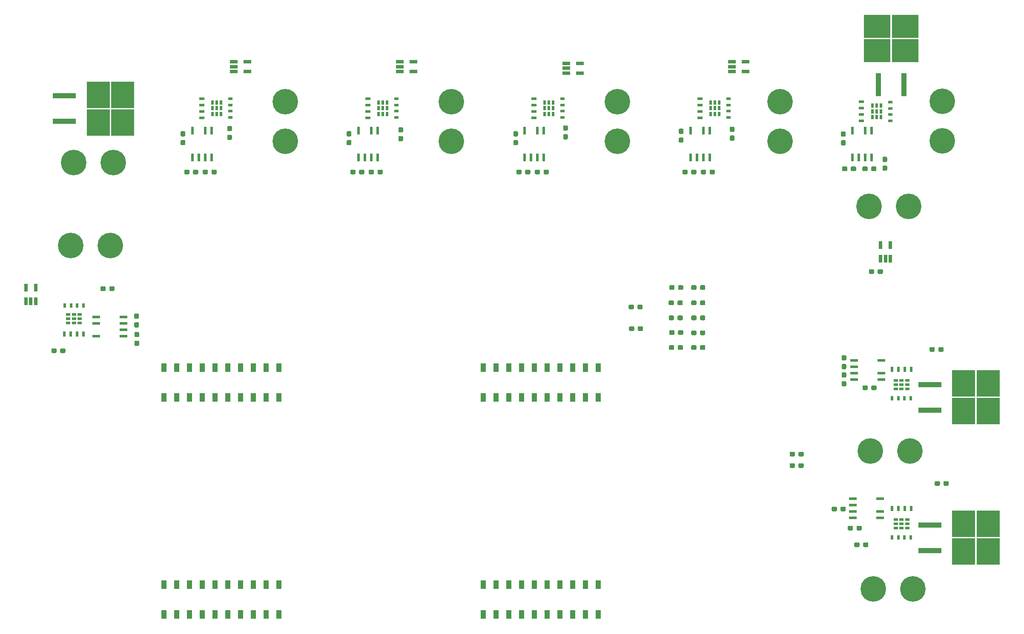
<source format=gbr>
%TF.GenerationSoftware,KiCad,Pcbnew,(5.1.6)-1*%
%TF.CreationDate,2020-11-27T16:41:01-06:00*%
%TF.ProjectId,PackVoltage_2021_Rev1,5061636b-566f-46c7-9461-67655f323032,rev?*%
%TF.SameCoordinates,Original*%
%TF.FileFunction,Paste,Top*%
%TF.FilePolarity,Positive*%
%FSLAX46Y46*%
G04 Gerber Fmt 4.6, Leading zero omitted, Abs format (unit mm)*
G04 Created by KiCad (PCBNEW (5.1.6)-1) date 2020-11-27 16:41:01*
%MOMM*%
%LPD*%
G01*
G04 APERTURE LIST*
%ADD10R,0.990600X1.778000*%
%ADD11R,0.650000X1.560000*%
%ADD12R,1.550000X0.600000*%
%ADD13R,4.600000X1.100000*%
%ADD14R,4.550000X5.250000*%
%ADD15R,5.250000X4.550000*%
%ADD16R,1.100000X4.600000*%
%ADD17R,0.900000X0.600000*%
%ADD18R,0.600000X0.900000*%
%ADD19R,0.600000X1.050000*%
%ADD20R,1.050000X0.600000*%
%ADD21C,5.080000*%
%ADD22R,1.560000X0.650000*%
%ADD23R,0.600000X1.550000*%
G04 APERTURE END LIST*
D10*
%TO.C,U24*%
X137795000Y-146456400D03*
X140335000Y-146456400D03*
X142875000Y-146456400D03*
X145415000Y-146456400D03*
X147955000Y-146456400D03*
X150495000Y-146456400D03*
X153035000Y-146456400D03*
X155575000Y-146456400D03*
X158115000Y-146456400D03*
X160655000Y-146456400D03*
X137795000Y-140563600D03*
X140335000Y-140563600D03*
X142875000Y-140563600D03*
X145415000Y-140563600D03*
X147955000Y-140563600D03*
X150495000Y-140563600D03*
X153035000Y-140563600D03*
X155575000Y-140563600D03*
X158115000Y-140563600D03*
X160655000Y-140563600D03*
X137795000Y-97383600D03*
X140335000Y-97383600D03*
X142875000Y-97383600D03*
X145415000Y-97383600D03*
X147955000Y-97383600D03*
X150495000Y-97383600D03*
X153035000Y-97383600D03*
X155575000Y-97383600D03*
X158115000Y-97383600D03*
X160655000Y-97383600D03*
X137795000Y-103276400D03*
X140335000Y-103276400D03*
X142875000Y-103276400D03*
X145415000Y-103276400D03*
X147955000Y-103276400D03*
X150495000Y-103276400D03*
X153035000Y-103276400D03*
X155575000Y-103276400D03*
X158115000Y-103276400D03*
X160655000Y-103276400D03*
X92075000Y-146456400D03*
X94615000Y-146456400D03*
X97155000Y-146456400D03*
X74295000Y-140563600D03*
X76835000Y-140563600D03*
X79375000Y-140563600D03*
X81915000Y-140563600D03*
X84455000Y-140563600D03*
X86995000Y-140563600D03*
X89535000Y-140563600D03*
X92075000Y-140563600D03*
X94615000Y-140563600D03*
X97155000Y-140563600D03*
X74295000Y-97383600D03*
X79375000Y-97383600D03*
X84455000Y-97383600D03*
X86995000Y-97383600D03*
X89535000Y-97383600D03*
X92075000Y-97383600D03*
X94615000Y-97383600D03*
X74295000Y-103276400D03*
X79375000Y-103276400D03*
X89535000Y-103276400D03*
X92075000Y-103276400D03*
X94615000Y-103276400D03*
X97155000Y-103276400D03*
X84455000Y-103276400D03*
X81915000Y-103276400D03*
X76835000Y-97383600D03*
X89535000Y-146456400D03*
X86995000Y-146456400D03*
X76835000Y-103276400D03*
X81915000Y-97383600D03*
X79375000Y-146456400D03*
X81915000Y-146456400D03*
X86995000Y-103276400D03*
X84455000Y-146456400D03*
X76835000Y-146456400D03*
X74295000Y-146456400D03*
X97155000Y-97383600D03*
%TD*%
D11*
%TO.C,U17*%
X46903600Y-81454000D03*
X48803600Y-81454000D03*
X48803600Y-84154000D03*
X47853600Y-84154000D03*
X46903600Y-84154000D03*
%TD*%
D12*
%TO.C,U14*%
X60850800Y-91059000D03*
X60850800Y-88519000D03*
X60850800Y-87249000D03*
X66250800Y-87249000D03*
X66250800Y-88519000D03*
X66250800Y-89789000D03*
X66250800Y-91059000D03*
%TD*%
D13*
%TO.C,R31*%
X226635000Y-100711000D03*
X226635000Y-105791000D03*
D14*
X238210000Y-106026000D03*
X233360000Y-100476000D03*
X238210000Y-100476000D03*
X233360000Y-106026000D03*
%TD*%
%TO.C,R24*%
X61249600Y-48596600D03*
X66099600Y-43046600D03*
X61249600Y-43046600D03*
X66099600Y-48596600D03*
D13*
X54524600Y-48361600D03*
X54524600Y-43281600D03*
%TD*%
%TO.C,R23*%
X226635000Y-128651000D03*
X226635000Y-133731000D03*
D14*
X238210000Y-133966000D03*
X233360000Y-128416000D03*
X238210000Y-128416000D03*
X233360000Y-133966000D03*
%TD*%
%TO.C,R15*%
G36*
G01*
X217440500Y-57133000D02*
X217915500Y-57133000D01*
G75*
G02*
X218153000Y-57370500I0J-237500D01*
G01*
X218153000Y-57945500D01*
G75*
G02*
X217915500Y-58183000I-237500J0D01*
G01*
X217440500Y-58183000D01*
G75*
G02*
X217203000Y-57945500I0J237500D01*
G01*
X217203000Y-57370500D01*
G75*
G02*
X217440500Y-57133000I237500J0D01*
G01*
G37*
G36*
G01*
X217440500Y-55383000D02*
X217915500Y-55383000D01*
G75*
G02*
X218153000Y-55620500I0J-237500D01*
G01*
X218153000Y-56195500D01*
G75*
G02*
X217915500Y-56433000I-237500J0D01*
G01*
X217440500Y-56433000D01*
G75*
G02*
X217203000Y-56195500I0J237500D01*
G01*
X217203000Y-55620500D01*
G75*
G02*
X217440500Y-55383000I237500J0D01*
G01*
G37*
%TD*%
D15*
%TO.C,R13*%
X221723000Y-34290000D03*
X216173000Y-29440000D03*
X216173000Y-34290000D03*
X221723000Y-29440000D03*
D16*
X221488000Y-41015000D03*
X216408000Y-41015000D03*
%TD*%
%TO.C,R11*%
G36*
G01*
X214966000Y-58022500D02*
X214966000Y-57547500D01*
G75*
G02*
X215203500Y-57310000I237500J0D01*
G01*
X215778500Y-57310000D01*
G75*
G02*
X216016000Y-57547500I0J-237500D01*
G01*
X216016000Y-58022500D01*
G75*
G02*
X215778500Y-58260000I-237500J0D01*
G01*
X215203500Y-58260000D01*
G75*
G02*
X214966000Y-58022500I0J237500D01*
G01*
G37*
G36*
G01*
X213216000Y-58022500D02*
X213216000Y-57547500D01*
G75*
G02*
X213453500Y-57310000I237500J0D01*
G01*
X214028500Y-57310000D01*
G75*
G02*
X214266000Y-57547500I0J-237500D01*
G01*
X214266000Y-58022500D01*
G75*
G02*
X214028500Y-58260000I-237500J0D01*
G01*
X213453500Y-58260000D01*
G75*
G02*
X213216000Y-58022500I0J237500D01*
G01*
G37*
%TD*%
D17*
%TO.C,Q10*%
X222130000Y-100715000D03*
X222130000Y-99865000D03*
X222130000Y-101565000D03*
X219830000Y-100715000D03*
X219830000Y-99865000D03*
X219830000Y-101565000D03*
X220980000Y-101565000D03*
X220980000Y-99865000D03*
D18*
X222860000Y-103415000D03*
X219100000Y-103415000D03*
X221580000Y-103415000D03*
D19*
X221620000Y-97695000D03*
X222890000Y-97695000D03*
X220340000Y-97695000D03*
X219070000Y-97695000D03*
D18*
X220380000Y-103415000D03*
D17*
X220980000Y-100715000D03*
%TD*%
%TO.C,Q7*%
X222130000Y-128401000D03*
X222130000Y-127551000D03*
X222130000Y-129251000D03*
X219830000Y-128401000D03*
X219830000Y-127551000D03*
X219830000Y-129251000D03*
X220980000Y-129251000D03*
X220980000Y-127551000D03*
D18*
X222860000Y-131101000D03*
X219100000Y-131101000D03*
X221580000Y-131101000D03*
D19*
X221620000Y-125381000D03*
X222890000Y-125381000D03*
X220340000Y-125381000D03*
X219070000Y-125381000D03*
D18*
X220380000Y-131101000D03*
D17*
X220980000Y-128401000D03*
%TD*%
%TO.C,Q6*%
X56438800Y-87648200D03*
D18*
X57038800Y-84948200D03*
D19*
X58348800Y-90668200D03*
X57078800Y-90668200D03*
X54528800Y-90668200D03*
X55798800Y-90668200D03*
D18*
X55838800Y-84948200D03*
X58318800Y-84948200D03*
X54558800Y-84948200D03*
D17*
X56438800Y-88498200D03*
X56438800Y-86798200D03*
X57588800Y-86798200D03*
X57588800Y-88498200D03*
X57588800Y-87648200D03*
X55288800Y-86798200D03*
X55288800Y-88498200D03*
X55288800Y-87648200D03*
%TD*%
D18*
%TO.C,Q5*%
X216031000Y-46355000D03*
D17*
X218731000Y-46955000D03*
D20*
X213011000Y-48265000D03*
X213011000Y-46995000D03*
X213011000Y-44445000D03*
X213011000Y-45715000D03*
D17*
X218731000Y-45755000D03*
X218731000Y-48235000D03*
X218731000Y-44475000D03*
D18*
X215181000Y-46355000D03*
X216881000Y-46355000D03*
X216881000Y-47505000D03*
X215181000Y-47505000D03*
X216031000Y-47505000D03*
X216881000Y-45205000D03*
X215181000Y-45205000D03*
X216031000Y-45205000D03*
%TD*%
%TO.C,D7*%
G36*
G01*
X175848500Y-90123000D02*
X175848500Y-90598000D01*
G75*
G02*
X175611000Y-90835500I-237500J0D01*
G01*
X175036000Y-90835500D01*
G75*
G02*
X174798500Y-90598000I0J237500D01*
G01*
X174798500Y-90123000D01*
G75*
G02*
X175036000Y-89885500I237500J0D01*
G01*
X175611000Y-89885500D01*
G75*
G02*
X175848500Y-90123000I0J-237500D01*
G01*
G37*
G36*
G01*
X177598500Y-90123000D02*
X177598500Y-90598000D01*
G75*
G02*
X177361000Y-90835500I-237500J0D01*
G01*
X176786000Y-90835500D01*
G75*
G02*
X176548500Y-90598000I0J237500D01*
G01*
X176548500Y-90123000D01*
G75*
G02*
X176786000Y-89885500I237500J0D01*
G01*
X177361000Y-89885500D01*
G75*
G02*
X177598500Y-90123000I0J-237500D01*
G01*
G37*
%TD*%
%TO.C,C14*%
G36*
G01*
X209185500Y-52088500D02*
X209660500Y-52088500D01*
G75*
G02*
X209898000Y-52326000I0J-237500D01*
G01*
X209898000Y-52901000D01*
G75*
G02*
X209660500Y-53138500I-237500J0D01*
G01*
X209185500Y-53138500D01*
G75*
G02*
X208948000Y-52901000I0J237500D01*
G01*
X208948000Y-52326000D01*
G75*
G02*
X209185500Y-52088500I237500J0D01*
G01*
G37*
G36*
G01*
X209185500Y-50338500D02*
X209660500Y-50338500D01*
G75*
G02*
X209898000Y-50576000I0J-237500D01*
G01*
X209898000Y-51151000D01*
G75*
G02*
X209660500Y-51388500I-237500J0D01*
G01*
X209185500Y-51388500D01*
G75*
G02*
X208948000Y-51151000I0J237500D01*
G01*
X208948000Y-50576000D01*
G75*
G02*
X209185500Y-50338500I237500J0D01*
G01*
G37*
%TD*%
%TO.C,C12*%
G36*
G01*
X210216000Y-57547500D02*
X210216000Y-58022500D01*
G75*
G02*
X209978500Y-58260000I-237500J0D01*
G01*
X209403500Y-58260000D01*
G75*
G02*
X209166000Y-58022500I0J237500D01*
G01*
X209166000Y-57547500D01*
G75*
G02*
X209403500Y-57310000I237500J0D01*
G01*
X209978500Y-57310000D01*
G75*
G02*
X210216000Y-57547500I0J-237500D01*
G01*
G37*
G36*
G01*
X211966000Y-57547500D02*
X211966000Y-58022500D01*
G75*
G02*
X211728500Y-58260000I-237500J0D01*
G01*
X211153500Y-58260000D01*
G75*
G02*
X210916000Y-58022500I0J237500D01*
G01*
X210916000Y-57547500D01*
G75*
G02*
X211153500Y-57310000I237500J0D01*
G01*
X211728500Y-57310000D01*
G75*
G02*
X211966000Y-57547500I0J-237500D01*
G01*
G37*
%TD*%
%TO.C,Q4*%
X183900000Y-45720000D03*
D17*
X186600000Y-46320000D03*
D20*
X180880000Y-47630000D03*
X180880000Y-46360000D03*
X180880000Y-43810000D03*
X180880000Y-45080000D03*
D17*
X186600000Y-45120000D03*
X186600000Y-47600000D03*
X186600000Y-43840000D03*
D18*
X183050000Y-45720000D03*
X184750000Y-45720000D03*
X184750000Y-46870000D03*
X183050000Y-46870000D03*
X183900000Y-46870000D03*
X184750000Y-44570000D03*
X183050000Y-44570000D03*
X183900000Y-44570000D03*
%TD*%
%TO.C,Q3*%
X84840000Y-45720000D03*
D17*
X87540000Y-46320000D03*
D20*
X81820000Y-47630000D03*
X81820000Y-46360000D03*
X81820000Y-43810000D03*
X81820000Y-45080000D03*
D17*
X87540000Y-45120000D03*
X87540000Y-47600000D03*
X87540000Y-43840000D03*
D18*
X83990000Y-45720000D03*
X85690000Y-45720000D03*
X85690000Y-46870000D03*
X83990000Y-46870000D03*
X84840000Y-46870000D03*
X85690000Y-44570000D03*
X83990000Y-44570000D03*
X84840000Y-44570000D03*
%TD*%
%TO.C,Q1*%
X117860000Y-45720000D03*
D17*
X120560000Y-46320000D03*
D20*
X114840000Y-47630000D03*
X114840000Y-46360000D03*
X114840000Y-43810000D03*
X114840000Y-45080000D03*
D17*
X120560000Y-45120000D03*
X120560000Y-47600000D03*
X120560000Y-43840000D03*
D18*
X117010000Y-45720000D03*
X118710000Y-45720000D03*
X118710000Y-46870000D03*
X117010000Y-46870000D03*
X117860000Y-46870000D03*
X118710000Y-44570000D03*
X117010000Y-44570000D03*
X117860000Y-44570000D03*
%TD*%
%TO.C,Q2*%
X150880000Y-45720000D03*
D17*
X153580000Y-46320000D03*
D20*
X147860000Y-47630000D03*
X147860000Y-46360000D03*
X147860000Y-43810000D03*
X147860000Y-45080000D03*
D17*
X153580000Y-45120000D03*
X153580000Y-47600000D03*
X153580000Y-43840000D03*
D18*
X150030000Y-45720000D03*
X151730000Y-45720000D03*
X151730000Y-46870000D03*
X150030000Y-46870000D03*
X150880000Y-46870000D03*
X151730000Y-44570000D03*
X150030000Y-44570000D03*
X150880000Y-44570000D03*
%TD*%
%TO.C,D18*%
G36*
G01*
X175799000Y-93107500D02*
X175799000Y-93582500D01*
G75*
G02*
X175561500Y-93820000I-237500J0D01*
G01*
X174986500Y-93820000D01*
G75*
G02*
X174749000Y-93582500I0J237500D01*
G01*
X174749000Y-93107500D01*
G75*
G02*
X174986500Y-92870000I237500J0D01*
G01*
X175561500Y-92870000D01*
G75*
G02*
X175799000Y-93107500I0J-237500D01*
G01*
G37*
G36*
G01*
X177549000Y-93107500D02*
X177549000Y-93582500D01*
G75*
G02*
X177311500Y-93820000I-237500J0D01*
G01*
X176736500Y-93820000D01*
G75*
G02*
X176499000Y-93582500I0J237500D01*
G01*
X176499000Y-93107500D01*
G75*
G02*
X176736500Y-92870000I237500J0D01*
G01*
X177311500Y-92870000D01*
G75*
G02*
X177549000Y-93107500I0J-237500D01*
G01*
G37*
%TD*%
%TO.C,D16*%
G36*
G01*
X180930000Y-81644500D02*
X180930000Y-81169500D01*
G75*
G02*
X181167500Y-80932000I237500J0D01*
G01*
X181742500Y-80932000D01*
G75*
G02*
X181980000Y-81169500I0J-237500D01*
G01*
X181980000Y-81644500D01*
G75*
G02*
X181742500Y-81882000I-237500J0D01*
G01*
X181167500Y-81882000D01*
G75*
G02*
X180930000Y-81644500I0J237500D01*
G01*
G37*
G36*
G01*
X179180000Y-81644500D02*
X179180000Y-81169500D01*
G75*
G02*
X179417500Y-80932000I237500J0D01*
G01*
X179992500Y-80932000D01*
G75*
G02*
X180230000Y-81169500I0J-237500D01*
G01*
X180230000Y-81644500D01*
G75*
G02*
X179992500Y-81882000I-237500J0D01*
G01*
X179417500Y-81882000D01*
G75*
G02*
X179180000Y-81644500I0J237500D01*
G01*
G37*
%TD*%
%TO.C,D15*%
G36*
G01*
X180930000Y-93582500D02*
X180930000Y-93107500D01*
G75*
G02*
X181167500Y-92870000I237500J0D01*
G01*
X181742500Y-92870000D01*
G75*
G02*
X181980000Y-93107500I0J-237500D01*
G01*
X181980000Y-93582500D01*
G75*
G02*
X181742500Y-93820000I-237500J0D01*
G01*
X181167500Y-93820000D01*
G75*
G02*
X180930000Y-93582500I0J237500D01*
G01*
G37*
G36*
G01*
X179180000Y-93582500D02*
X179180000Y-93107500D01*
G75*
G02*
X179417500Y-92870000I237500J0D01*
G01*
X179992500Y-92870000D01*
G75*
G02*
X180230000Y-93107500I0J-237500D01*
G01*
X180230000Y-93582500D01*
G75*
G02*
X179992500Y-93820000I-237500J0D01*
G01*
X179417500Y-93820000D01*
G75*
G02*
X179180000Y-93582500I0J237500D01*
G01*
G37*
%TD*%
%TO.C,D14*%
G36*
G01*
X175862500Y-81169500D02*
X175862500Y-81644500D01*
G75*
G02*
X175625000Y-81882000I-237500J0D01*
G01*
X175050000Y-81882000D01*
G75*
G02*
X174812500Y-81644500I0J237500D01*
G01*
X174812500Y-81169500D01*
G75*
G02*
X175050000Y-80932000I237500J0D01*
G01*
X175625000Y-80932000D01*
G75*
G02*
X175862500Y-81169500I0J-237500D01*
G01*
G37*
G36*
G01*
X177612500Y-81169500D02*
X177612500Y-81644500D01*
G75*
G02*
X177375000Y-81882000I-237500J0D01*
G01*
X176800000Y-81882000D01*
G75*
G02*
X176562500Y-81644500I0J237500D01*
G01*
X176562500Y-81169500D01*
G75*
G02*
X176800000Y-80932000I237500J0D01*
G01*
X177375000Y-80932000D01*
G75*
G02*
X177612500Y-81169500I0J-237500D01*
G01*
G37*
%TD*%
%TO.C,D13*%
G36*
G01*
X167861500Y-89361000D02*
X167861500Y-89836000D01*
G75*
G02*
X167624000Y-90073500I-237500J0D01*
G01*
X167049000Y-90073500D01*
G75*
G02*
X166811500Y-89836000I0J237500D01*
G01*
X166811500Y-89361000D01*
G75*
G02*
X167049000Y-89123500I237500J0D01*
G01*
X167624000Y-89123500D01*
G75*
G02*
X167861500Y-89361000I0J-237500D01*
G01*
G37*
G36*
G01*
X169611500Y-89361000D02*
X169611500Y-89836000D01*
G75*
G02*
X169374000Y-90073500I-237500J0D01*
G01*
X168799000Y-90073500D01*
G75*
G02*
X168561500Y-89836000I0J237500D01*
G01*
X168561500Y-89361000D01*
G75*
G02*
X168799000Y-89123500I237500J0D01*
G01*
X169374000Y-89123500D01*
G75*
G02*
X169611500Y-89361000I0J-237500D01*
G01*
G37*
%TD*%
%TO.C,D12*%
G36*
G01*
X167784000Y-85043000D02*
X167784000Y-85518000D01*
G75*
G02*
X167546500Y-85755500I-237500J0D01*
G01*
X166971500Y-85755500D01*
G75*
G02*
X166734000Y-85518000I0J237500D01*
G01*
X166734000Y-85043000D01*
G75*
G02*
X166971500Y-84805500I237500J0D01*
G01*
X167546500Y-84805500D01*
G75*
G02*
X167784000Y-85043000I0J-237500D01*
G01*
G37*
G36*
G01*
X169534000Y-85043000D02*
X169534000Y-85518000D01*
G75*
G02*
X169296500Y-85755500I-237500J0D01*
G01*
X168721500Y-85755500D01*
G75*
G02*
X168484000Y-85518000I0J237500D01*
G01*
X168484000Y-85043000D01*
G75*
G02*
X168721500Y-84805500I237500J0D01*
G01*
X169296500Y-84805500D01*
G75*
G02*
X169534000Y-85043000I0J-237500D01*
G01*
G37*
%TD*%
%TO.C,D2*%
G36*
G01*
X200502000Y-117077500D02*
X200502000Y-116602500D01*
G75*
G02*
X200739500Y-116365000I237500J0D01*
G01*
X201314500Y-116365000D01*
G75*
G02*
X201552000Y-116602500I0J-237500D01*
G01*
X201552000Y-117077500D01*
G75*
G02*
X201314500Y-117315000I-237500J0D01*
G01*
X200739500Y-117315000D01*
G75*
G02*
X200502000Y-117077500I0J237500D01*
G01*
G37*
G36*
G01*
X198752000Y-117077500D02*
X198752000Y-116602500D01*
G75*
G02*
X198989500Y-116365000I237500J0D01*
G01*
X199564500Y-116365000D01*
G75*
G02*
X199802000Y-116602500I0J-237500D01*
G01*
X199802000Y-117077500D01*
G75*
G02*
X199564500Y-117315000I-237500J0D01*
G01*
X198989500Y-117315000D01*
G75*
G02*
X198752000Y-117077500I0J237500D01*
G01*
G37*
%TD*%
%TO.C,D1*%
G36*
G01*
X200502000Y-114791500D02*
X200502000Y-114316500D01*
G75*
G02*
X200739500Y-114079000I237500J0D01*
G01*
X201314500Y-114079000D01*
G75*
G02*
X201552000Y-114316500I0J-237500D01*
G01*
X201552000Y-114791500D01*
G75*
G02*
X201314500Y-115029000I-237500J0D01*
G01*
X200739500Y-115029000D01*
G75*
G02*
X200502000Y-114791500I0J237500D01*
G01*
G37*
G36*
G01*
X198752000Y-114791500D02*
X198752000Y-114316500D01*
G75*
G02*
X198989500Y-114079000I237500J0D01*
G01*
X199564500Y-114079000D01*
G75*
G02*
X199802000Y-114316500I0J-237500D01*
G01*
X199802000Y-114791500D01*
G75*
G02*
X199564500Y-115029000I-237500J0D01*
G01*
X198989500Y-115029000D01*
G75*
G02*
X198752000Y-114791500I0J237500D01*
G01*
G37*
%TD*%
D21*
%TO.C,Conn12*%
X229108000Y-52197000D03*
X229108000Y-44323000D03*
%TD*%
%TO.C,Conn11*%
X222631000Y-113919000D03*
X214757000Y-113919000D03*
%TD*%
%TO.C,Conn8*%
X223266000Y-141351000D03*
X215392000Y-141351000D03*
%TD*%
%TO.C,Conn4*%
X63627000Y-73025000D03*
X55753000Y-73025000D03*
%TD*%
%TO.C,Conn3*%
X131445000Y-52324000D03*
X131445000Y-44450000D03*
%TD*%
%TO.C,Conn2*%
X64262000Y-56515000D03*
X56388000Y-56515000D03*
%TD*%
%TO.C,C21*%
G36*
G01*
X68698100Y-91981800D02*
X69173100Y-91981800D01*
G75*
G02*
X69410600Y-92219300I0J-237500D01*
G01*
X69410600Y-92794300D01*
G75*
G02*
X69173100Y-93031800I-237500J0D01*
G01*
X68698100Y-93031800D01*
G75*
G02*
X68460600Y-92794300I0J237500D01*
G01*
X68460600Y-92219300D01*
G75*
G02*
X68698100Y-91981800I237500J0D01*
G01*
G37*
G36*
G01*
X68698100Y-90231800D02*
X69173100Y-90231800D01*
G75*
G02*
X69410600Y-90469300I0J-237500D01*
G01*
X69410600Y-91044300D01*
G75*
G02*
X69173100Y-91281800I-237500J0D01*
G01*
X68698100Y-91281800D01*
G75*
G02*
X68460600Y-91044300I0J237500D01*
G01*
X68460600Y-90469300D01*
G75*
G02*
X68698100Y-90231800I237500J0D01*
G01*
G37*
%TD*%
%TO.C,C22*%
G36*
G01*
X209920000Y-125238500D02*
X209920000Y-125713500D01*
G75*
G02*
X209682500Y-125951000I-237500J0D01*
G01*
X209107500Y-125951000D01*
G75*
G02*
X208870000Y-125713500I0J237500D01*
G01*
X208870000Y-125238500D01*
G75*
G02*
X209107500Y-125001000I237500J0D01*
G01*
X209682500Y-125001000D01*
G75*
G02*
X209920000Y-125238500I0J-237500D01*
G01*
G37*
G36*
G01*
X208170000Y-125238500D02*
X208170000Y-125713500D01*
G75*
G02*
X207932500Y-125951000I-237500J0D01*
G01*
X207357500Y-125951000D01*
G75*
G02*
X207120000Y-125713500I0J237500D01*
G01*
X207120000Y-125238500D01*
G75*
G02*
X207357500Y-125001000I237500J0D01*
G01*
X207932500Y-125001000D01*
G75*
G02*
X208170000Y-125238500I0J-237500D01*
G01*
G37*
%TD*%
%TO.C,C24*%
G36*
G01*
X52990000Y-93742500D02*
X52990000Y-94217500D01*
G75*
G02*
X52752500Y-94455000I-237500J0D01*
G01*
X52177500Y-94455000D01*
G75*
G02*
X51940000Y-94217500I0J237500D01*
G01*
X51940000Y-93742500D01*
G75*
G02*
X52177500Y-93505000I237500J0D01*
G01*
X52752500Y-93505000D01*
G75*
G02*
X52990000Y-93742500I0J-237500D01*
G01*
G37*
G36*
G01*
X54740000Y-93742500D02*
X54740000Y-94217500D01*
G75*
G02*
X54502500Y-94455000I-237500J0D01*
G01*
X53927500Y-94455000D01*
G75*
G02*
X53690000Y-94217500I0J237500D01*
G01*
X53690000Y-93742500D01*
G75*
G02*
X53927500Y-93505000I237500J0D01*
G01*
X54502500Y-93505000D01*
G75*
G02*
X54740000Y-93742500I0J-237500D01*
G01*
G37*
%TD*%
%TO.C,C25*%
G36*
G01*
X227595000Y-120633500D02*
X227595000Y-120158500D01*
G75*
G02*
X227832500Y-119921000I237500J0D01*
G01*
X228407500Y-119921000D01*
G75*
G02*
X228645000Y-120158500I0J-237500D01*
G01*
X228645000Y-120633500D01*
G75*
G02*
X228407500Y-120871000I-237500J0D01*
G01*
X227832500Y-120871000D01*
G75*
G02*
X227595000Y-120633500I0J237500D01*
G01*
G37*
G36*
G01*
X229345000Y-120633500D02*
X229345000Y-120158500D01*
G75*
G02*
X229582500Y-119921000I237500J0D01*
G01*
X230157500Y-119921000D01*
G75*
G02*
X230395000Y-120158500I0J-237500D01*
G01*
X230395000Y-120633500D01*
G75*
G02*
X230157500Y-120871000I-237500J0D01*
G01*
X229582500Y-120871000D01*
G75*
G02*
X229345000Y-120633500I0J237500D01*
G01*
G37*
%TD*%
%TO.C,C28*%
G36*
G01*
X209787500Y-97666000D02*
X209312500Y-97666000D01*
G75*
G02*
X209075000Y-97428500I0J237500D01*
G01*
X209075000Y-96853500D01*
G75*
G02*
X209312500Y-96616000I237500J0D01*
G01*
X209787500Y-96616000D01*
G75*
G02*
X210025000Y-96853500I0J-237500D01*
G01*
X210025000Y-97428500D01*
G75*
G02*
X209787500Y-97666000I-237500J0D01*
G01*
G37*
G36*
G01*
X209787500Y-95916000D02*
X209312500Y-95916000D01*
G75*
G02*
X209075000Y-95678500I0J237500D01*
G01*
X209075000Y-95103500D01*
G75*
G02*
X209312500Y-94866000I237500J0D01*
G01*
X209787500Y-94866000D01*
G75*
G02*
X210025000Y-95103500I0J-237500D01*
G01*
X210025000Y-95678500D01*
G75*
G02*
X209787500Y-95916000I-237500J0D01*
G01*
G37*
%TD*%
%TO.C,C30*%
G36*
G01*
X226565000Y-93963500D02*
X226565000Y-93488500D01*
G75*
G02*
X226802500Y-93251000I237500J0D01*
G01*
X227377500Y-93251000D01*
G75*
G02*
X227615000Y-93488500I0J-237500D01*
G01*
X227615000Y-93963500D01*
G75*
G02*
X227377500Y-94201000I-237500J0D01*
G01*
X226802500Y-94201000D01*
G75*
G02*
X226565000Y-93963500I0J237500D01*
G01*
G37*
G36*
G01*
X228315000Y-93963500D02*
X228315000Y-93488500D01*
G75*
G02*
X228552500Y-93251000I237500J0D01*
G01*
X229127500Y-93251000D01*
G75*
G02*
X229365000Y-93488500I0J-237500D01*
G01*
X229365000Y-93963500D01*
G75*
G02*
X229127500Y-94201000I-237500J0D01*
G01*
X228552500Y-94201000D01*
G75*
G02*
X228315000Y-93963500I0J237500D01*
G01*
G37*
%TD*%
%TO.C,R7*%
G36*
G01*
X121174500Y-51263000D02*
X121649500Y-51263000D01*
G75*
G02*
X121887000Y-51500500I0J-237500D01*
G01*
X121887000Y-52075500D01*
G75*
G02*
X121649500Y-52313000I-237500J0D01*
G01*
X121174500Y-52313000D01*
G75*
G02*
X120937000Y-52075500I0J237500D01*
G01*
X120937000Y-51500500D01*
G75*
G02*
X121174500Y-51263000I237500J0D01*
G01*
G37*
G36*
G01*
X121174500Y-49513000D02*
X121649500Y-49513000D01*
G75*
G02*
X121887000Y-49750500I0J-237500D01*
G01*
X121887000Y-50325500D01*
G75*
G02*
X121649500Y-50563000I-237500J0D01*
G01*
X121174500Y-50563000D01*
G75*
G02*
X120937000Y-50325500I0J237500D01*
G01*
X120937000Y-49750500D01*
G75*
G02*
X121174500Y-49513000I237500J0D01*
G01*
G37*
%TD*%
%TO.C,R9*%
G36*
G01*
X87138500Y-51009000D02*
X87613500Y-51009000D01*
G75*
G02*
X87851000Y-51246500I0J-237500D01*
G01*
X87851000Y-51821500D01*
G75*
G02*
X87613500Y-52059000I-237500J0D01*
G01*
X87138500Y-52059000D01*
G75*
G02*
X86901000Y-51821500I0J237500D01*
G01*
X86901000Y-51246500D01*
G75*
G02*
X87138500Y-51009000I237500J0D01*
G01*
G37*
G36*
G01*
X87138500Y-49259000D02*
X87613500Y-49259000D01*
G75*
G02*
X87851000Y-49496500I0J-237500D01*
G01*
X87851000Y-50071500D01*
G75*
G02*
X87613500Y-50309000I-237500J0D01*
G01*
X87138500Y-50309000D01*
G75*
G02*
X86901000Y-50071500I0J237500D01*
G01*
X86901000Y-49496500D01*
G75*
G02*
X87138500Y-49259000I237500J0D01*
G01*
G37*
%TD*%
%TO.C,R14*%
G36*
G01*
X187087500Y-51150000D02*
X187562500Y-51150000D01*
G75*
G02*
X187800000Y-51387500I0J-237500D01*
G01*
X187800000Y-51962500D01*
G75*
G02*
X187562500Y-52200000I-237500J0D01*
G01*
X187087500Y-52200000D01*
G75*
G02*
X186850000Y-51962500I0J237500D01*
G01*
X186850000Y-51387500D01*
G75*
G02*
X187087500Y-51150000I237500J0D01*
G01*
G37*
G36*
G01*
X187087500Y-49400000D02*
X187562500Y-49400000D01*
G75*
G02*
X187800000Y-49637500I0J-237500D01*
G01*
X187800000Y-50212500D01*
G75*
G02*
X187562500Y-50450000I-237500J0D01*
G01*
X187087500Y-50450000D01*
G75*
G02*
X186850000Y-50212500I0J237500D01*
G01*
X186850000Y-49637500D01*
G75*
G02*
X187087500Y-49400000I237500J0D01*
G01*
G37*
%TD*%
%TO.C,R19*%
G36*
G01*
X69122300Y-87624200D02*
X68647300Y-87624200D01*
G75*
G02*
X68409800Y-87386700I0J237500D01*
G01*
X68409800Y-86811700D01*
G75*
G02*
X68647300Y-86574200I237500J0D01*
G01*
X69122300Y-86574200D01*
G75*
G02*
X69359800Y-86811700I0J-237500D01*
G01*
X69359800Y-87386700D01*
G75*
G02*
X69122300Y-87624200I-237500J0D01*
G01*
G37*
G36*
G01*
X69122300Y-89374200D02*
X68647300Y-89374200D01*
G75*
G02*
X68409800Y-89136700I0J237500D01*
G01*
X68409800Y-88561700D01*
G75*
G02*
X68647300Y-88324200I237500J0D01*
G01*
X69122300Y-88324200D01*
G75*
G02*
X69359800Y-88561700I0J-237500D01*
G01*
X69359800Y-89136700D01*
G75*
G02*
X69122300Y-89374200I-237500J0D01*
G01*
G37*
%TD*%
%TO.C,R20*%
G36*
G01*
X213095000Y-129048500D02*
X213095000Y-129523500D01*
G75*
G02*
X212857500Y-129761000I-237500J0D01*
G01*
X212282500Y-129761000D01*
G75*
G02*
X212045000Y-129523500I0J237500D01*
G01*
X212045000Y-129048500D01*
G75*
G02*
X212282500Y-128811000I237500J0D01*
G01*
X212857500Y-128811000D01*
G75*
G02*
X213095000Y-129048500I0J-237500D01*
G01*
G37*
G36*
G01*
X211345000Y-129048500D02*
X211345000Y-129523500D01*
G75*
G02*
X211107500Y-129761000I-237500J0D01*
G01*
X210532500Y-129761000D01*
G75*
G02*
X210295000Y-129523500I0J237500D01*
G01*
X210295000Y-129048500D01*
G75*
G02*
X210532500Y-128811000I237500J0D01*
G01*
X211107500Y-128811000D01*
G75*
G02*
X211345000Y-129048500I0J-237500D01*
G01*
G37*
%TD*%
%TO.C,R25*%
G36*
G01*
X63455000Y-81873100D02*
X63455000Y-81398100D01*
G75*
G02*
X63692500Y-81160600I237500J0D01*
G01*
X64267500Y-81160600D01*
G75*
G02*
X64505000Y-81398100I0J-237500D01*
G01*
X64505000Y-81873100D01*
G75*
G02*
X64267500Y-82110600I-237500J0D01*
G01*
X63692500Y-82110600D01*
G75*
G02*
X63455000Y-81873100I0J237500D01*
G01*
G37*
G36*
G01*
X61705000Y-81873100D02*
X61705000Y-81398100D01*
G75*
G02*
X61942500Y-81160600I237500J0D01*
G01*
X62517500Y-81160600D01*
G75*
G02*
X62755000Y-81398100I0J-237500D01*
G01*
X62755000Y-81873100D01*
G75*
G02*
X62517500Y-82110600I-237500J0D01*
G01*
X61942500Y-82110600D01*
G75*
G02*
X61705000Y-81873100I0J237500D01*
G01*
G37*
%TD*%
%TO.C,R26*%
G36*
G01*
X214393000Y-132350500D02*
X214393000Y-132825500D01*
G75*
G02*
X214155500Y-133063000I-237500J0D01*
G01*
X213580500Y-133063000D01*
G75*
G02*
X213343000Y-132825500I0J237500D01*
G01*
X213343000Y-132350500D01*
G75*
G02*
X213580500Y-132113000I237500J0D01*
G01*
X214155500Y-132113000D01*
G75*
G02*
X214393000Y-132350500I0J-237500D01*
G01*
G37*
G36*
G01*
X212643000Y-132350500D02*
X212643000Y-132825500D01*
G75*
G02*
X212405500Y-133063000I-237500J0D01*
G01*
X211830500Y-133063000D01*
G75*
G02*
X211593000Y-132825500I0J237500D01*
G01*
X211593000Y-132350500D01*
G75*
G02*
X211830500Y-132113000I237500J0D01*
G01*
X212405500Y-132113000D01*
G75*
G02*
X212643000Y-132350500I0J-237500D01*
G01*
G37*
%TD*%
%TO.C,R29*%
G36*
G01*
X209312500Y-98281000D02*
X209787500Y-98281000D01*
G75*
G02*
X210025000Y-98518500I0J-237500D01*
G01*
X210025000Y-99093500D01*
G75*
G02*
X209787500Y-99331000I-237500J0D01*
G01*
X209312500Y-99331000D01*
G75*
G02*
X209075000Y-99093500I0J237500D01*
G01*
X209075000Y-98518500D01*
G75*
G02*
X209312500Y-98281000I237500J0D01*
G01*
G37*
G36*
G01*
X209312500Y-100031000D02*
X209787500Y-100031000D01*
G75*
G02*
X210025000Y-100268500I0J-237500D01*
G01*
X210025000Y-100843500D01*
G75*
G02*
X209787500Y-101081000I-237500J0D01*
G01*
X209312500Y-101081000D01*
G75*
G02*
X209075000Y-100843500I0J237500D01*
G01*
X209075000Y-100268500D01*
G75*
G02*
X209312500Y-100031000I237500J0D01*
G01*
G37*
%TD*%
%TO.C,R33*%
G36*
G01*
X216030000Y-101108500D02*
X216030000Y-101583500D01*
G75*
G02*
X215792500Y-101821000I-237500J0D01*
G01*
X215217500Y-101821000D01*
G75*
G02*
X214980000Y-101583500I0J237500D01*
G01*
X214980000Y-101108500D01*
G75*
G02*
X215217500Y-100871000I237500J0D01*
G01*
X215792500Y-100871000D01*
G75*
G02*
X216030000Y-101108500I0J-237500D01*
G01*
G37*
G36*
G01*
X214280000Y-101108500D02*
X214280000Y-101583500D01*
G75*
G02*
X214042500Y-101821000I-237500J0D01*
G01*
X213467500Y-101821000D01*
G75*
G02*
X213230000Y-101583500I0J237500D01*
G01*
X213230000Y-101108500D01*
G75*
G02*
X213467500Y-100871000I237500J0D01*
G01*
X214042500Y-100871000D01*
G75*
G02*
X214280000Y-101108500I0J-237500D01*
G01*
G37*
%TD*%
D12*
%TO.C,U15*%
X211295000Y-123444000D03*
X211295000Y-124714000D03*
X211295000Y-125984000D03*
X211295000Y-127254000D03*
X216695000Y-127254000D03*
X216695000Y-125984000D03*
X216695000Y-123444000D03*
%TD*%
%TO.C,U21*%
X211549000Y-95885000D03*
X211549000Y-97155000D03*
X211549000Y-98425000D03*
X211549000Y-99695000D03*
X216949000Y-99695000D03*
X216949000Y-98425000D03*
X216949000Y-95885000D03*
%TD*%
%TO.C,R10*%
G36*
G01*
X182835000Y-58657500D02*
X182835000Y-58182500D01*
G75*
G02*
X183072500Y-57945000I237500J0D01*
G01*
X183647500Y-57945000D01*
G75*
G02*
X183885000Y-58182500I0J-237500D01*
G01*
X183885000Y-58657500D01*
G75*
G02*
X183647500Y-58895000I-237500J0D01*
G01*
X183072500Y-58895000D01*
G75*
G02*
X182835000Y-58657500I0J237500D01*
G01*
G37*
G36*
G01*
X181085000Y-58657500D02*
X181085000Y-58182500D01*
G75*
G02*
X181322500Y-57945000I237500J0D01*
G01*
X181897500Y-57945000D01*
G75*
G02*
X182135000Y-58182500I0J-237500D01*
G01*
X182135000Y-58657500D01*
G75*
G02*
X181897500Y-58895000I-237500J0D01*
G01*
X181322500Y-58895000D01*
G75*
G02*
X181085000Y-58657500I0J237500D01*
G01*
G37*
%TD*%
%TO.C,C11*%
G36*
G01*
X178466000Y-58182500D02*
X178466000Y-58657500D01*
G75*
G02*
X178228500Y-58895000I-237500J0D01*
G01*
X177653500Y-58895000D01*
G75*
G02*
X177416000Y-58657500I0J237500D01*
G01*
X177416000Y-58182500D01*
G75*
G02*
X177653500Y-57945000I237500J0D01*
G01*
X178228500Y-57945000D01*
G75*
G02*
X178466000Y-58182500I0J-237500D01*
G01*
G37*
G36*
G01*
X180216000Y-58182500D02*
X180216000Y-58657500D01*
G75*
G02*
X179978500Y-58895000I-237500J0D01*
G01*
X179403500Y-58895000D01*
G75*
G02*
X179166000Y-58657500I0J237500D01*
G01*
X179166000Y-58182500D01*
G75*
G02*
X179403500Y-57945000I237500J0D01*
G01*
X179978500Y-57945000D01*
G75*
G02*
X180216000Y-58182500I0J-237500D01*
G01*
G37*
%TD*%
%TO.C,C13*%
G36*
G01*
X176927500Y-51545000D02*
X177402500Y-51545000D01*
G75*
G02*
X177640000Y-51782500I0J-237500D01*
G01*
X177640000Y-52357500D01*
G75*
G02*
X177402500Y-52595000I-237500J0D01*
G01*
X176927500Y-52595000D01*
G75*
G02*
X176690000Y-52357500I0J237500D01*
G01*
X176690000Y-51782500D01*
G75*
G02*
X176927500Y-51545000I237500J0D01*
G01*
G37*
G36*
G01*
X176927500Y-49795000D02*
X177402500Y-49795000D01*
G75*
G02*
X177640000Y-50032500I0J-237500D01*
G01*
X177640000Y-50607500D01*
G75*
G02*
X177402500Y-50845000I-237500J0D01*
G01*
X176927500Y-50845000D01*
G75*
G02*
X176690000Y-50607500I0J237500D01*
G01*
X176690000Y-50032500D01*
G75*
G02*
X176927500Y-49795000I237500J0D01*
G01*
G37*
%TD*%
D21*
%TO.C,Conn7*%
X164465000Y-52324000D03*
X164465000Y-44450000D03*
%TD*%
D22*
%TO.C,U5*%
X157005000Y-36835000D03*
X157005000Y-38735000D03*
X154305000Y-38735000D03*
X154305000Y-37785000D03*
X154305000Y-36835000D03*
%TD*%
D23*
%TO.C,U2*%
X146050000Y-50165000D03*
X148590000Y-50165000D03*
X149860000Y-50165000D03*
X149860000Y-55565000D03*
X148590000Y-55565000D03*
X147320000Y-55565000D03*
X146050000Y-55565000D03*
%TD*%
%TO.C,C6*%
G36*
G01*
X145446000Y-58182500D02*
X145446000Y-58657500D01*
G75*
G02*
X145208500Y-58895000I-237500J0D01*
G01*
X144633500Y-58895000D01*
G75*
G02*
X144396000Y-58657500I0J237500D01*
G01*
X144396000Y-58182500D01*
G75*
G02*
X144633500Y-57945000I237500J0D01*
G01*
X145208500Y-57945000D01*
G75*
G02*
X145446000Y-58182500I0J-237500D01*
G01*
G37*
G36*
G01*
X147196000Y-58182500D02*
X147196000Y-58657500D01*
G75*
G02*
X146958500Y-58895000I-237500J0D01*
G01*
X146383500Y-58895000D01*
G75*
G02*
X146146000Y-58657500I0J237500D01*
G01*
X146146000Y-58182500D01*
G75*
G02*
X146383500Y-57945000I237500J0D01*
G01*
X146958500Y-57945000D01*
G75*
G02*
X147196000Y-58182500I0J-237500D01*
G01*
G37*
%TD*%
%TO.C,R2*%
G36*
G01*
X149815000Y-58657500D02*
X149815000Y-58182500D01*
G75*
G02*
X150052500Y-57945000I237500J0D01*
G01*
X150627500Y-57945000D01*
G75*
G02*
X150865000Y-58182500I0J-237500D01*
G01*
X150865000Y-58657500D01*
G75*
G02*
X150627500Y-58895000I-237500J0D01*
G01*
X150052500Y-58895000D01*
G75*
G02*
X149815000Y-58657500I0J237500D01*
G01*
G37*
G36*
G01*
X148065000Y-58657500D02*
X148065000Y-58182500D01*
G75*
G02*
X148302500Y-57945000I237500J0D01*
G01*
X148877500Y-57945000D01*
G75*
G02*
X149115000Y-58182500I0J-237500D01*
G01*
X149115000Y-58657500D01*
G75*
G02*
X148877500Y-58895000I-237500J0D01*
G01*
X148302500Y-58895000D01*
G75*
G02*
X148065000Y-58657500I0J237500D01*
G01*
G37*
%TD*%
%TO.C,C9*%
G36*
G01*
X144034500Y-52053000D02*
X144509500Y-52053000D01*
G75*
G02*
X144747000Y-52290500I0J-237500D01*
G01*
X144747000Y-52865500D01*
G75*
G02*
X144509500Y-53103000I-237500J0D01*
G01*
X144034500Y-53103000D01*
G75*
G02*
X143797000Y-52865500I0J237500D01*
G01*
X143797000Y-52290500D01*
G75*
G02*
X144034500Y-52053000I237500J0D01*
G01*
G37*
G36*
G01*
X144034500Y-50303000D02*
X144509500Y-50303000D01*
G75*
G02*
X144747000Y-50540500I0J-237500D01*
G01*
X144747000Y-51115500D01*
G75*
G02*
X144509500Y-51353000I-237500J0D01*
G01*
X144034500Y-51353000D01*
G75*
G02*
X143797000Y-51115500I0J237500D01*
G01*
X143797000Y-50540500D01*
G75*
G02*
X144034500Y-50303000I237500J0D01*
G01*
G37*
%TD*%
D22*
%TO.C,U4*%
X123905000Y-36515000D03*
X123905000Y-38415000D03*
X121205000Y-38415000D03*
X121205000Y-37465000D03*
X121205000Y-36515000D03*
%TD*%
D23*
%TO.C,U1*%
X113030000Y-50165000D03*
X115570000Y-50165000D03*
X116840000Y-50165000D03*
X116840000Y-55565000D03*
X115570000Y-55565000D03*
X114300000Y-55565000D03*
X113030000Y-55565000D03*
%TD*%
%TO.C,C5*%
G36*
G01*
X112426000Y-58182500D02*
X112426000Y-58657500D01*
G75*
G02*
X112188500Y-58895000I-237500J0D01*
G01*
X111613500Y-58895000D01*
G75*
G02*
X111376000Y-58657500I0J237500D01*
G01*
X111376000Y-58182500D01*
G75*
G02*
X111613500Y-57945000I237500J0D01*
G01*
X112188500Y-57945000D01*
G75*
G02*
X112426000Y-58182500I0J-237500D01*
G01*
G37*
G36*
G01*
X114176000Y-58182500D02*
X114176000Y-58657500D01*
G75*
G02*
X113938500Y-58895000I-237500J0D01*
G01*
X113363500Y-58895000D01*
G75*
G02*
X113126000Y-58657500I0J237500D01*
G01*
X113126000Y-58182500D01*
G75*
G02*
X113363500Y-57945000I237500J0D01*
G01*
X113938500Y-57945000D01*
G75*
G02*
X114176000Y-58182500I0J-237500D01*
G01*
G37*
%TD*%
%TO.C,R1*%
G36*
G01*
X116795000Y-58657500D02*
X116795000Y-58182500D01*
G75*
G02*
X117032500Y-57945000I237500J0D01*
G01*
X117607500Y-57945000D01*
G75*
G02*
X117845000Y-58182500I0J-237500D01*
G01*
X117845000Y-58657500D01*
G75*
G02*
X117607500Y-58895000I-237500J0D01*
G01*
X117032500Y-58895000D01*
G75*
G02*
X116795000Y-58657500I0J237500D01*
G01*
G37*
G36*
G01*
X115045000Y-58657500D02*
X115045000Y-58182500D01*
G75*
G02*
X115282500Y-57945000I237500J0D01*
G01*
X115857500Y-57945000D01*
G75*
G02*
X116095000Y-58182500I0J-237500D01*
G01*
X116095000Y-58657500D01*
G75*
G02*
X115857500Y-58895000I-237500J0D01*
G01*
X115282500Y-58895000D01*
G75*
G02*
X115045000Y-58657500I0J237500D01*
G01*
G37*
%TD*%
%TO.C,C8*%
G36*
G01*
X110887500Y-52053000D02*
X111362500Y-52053000D01*
G75*
G02*
X111600000Y-52290500I0J-237500D01*
G01*
X111600000Y-52865500D01*
G75*
G02*
X111362500Y-53103000I-237500J0D01*
G01*
X110887500Y-53103000D01*
G75*
G02*
X110650000Y-52865500I0J237500D01*
G01*
X110650000Y-52290500D01*
G75*
G02*
X110887500Y-52053000I237500J0D01*
G01*
G37*
G36*
G01*
X110887500Y-50303000D02*
X111362500Y-50303000D01*
G75*
G02*
X111600000Y-50540500I0J-237500D01*
G01*
X111600000Y-51115500D01*
G75*
G02*
X111362500Y-51353000I-237500J0D01*
G01*
X110887500Y-51353000D01*
G75*
G02*
X110650000Y-51115500I0J237500D01*
G01*
X110650000Y-50540500D01*
G75*
G02*
X110887500Y-50303000I237500J0D01*
G01*
G37*
%TD*%
%TO.C,D3*%
G36*
G01*
X180930000Y-84692500D02*
X180930000Y-84217500D01*
G75*
G02*
X181167500Y-83980000I237500J0D01*
G01*
X181742500Y-83980000D01*
G75*
G02*
X181980000Y-84217500I0J-237500D01*
G01*
X181980000Y-84692500D01*
G75*
G02*
X181742500Y-84930000I-237500J0D01*
G01*
X181167500Y-84930000D01*
G75*
G02*
X180930000Y-84692500I0J237500D01*
G01*
G37*
G36*
G01*
X179180000Y-84692500D02*
X179180000Y-84217500D01*
G75*
G02*
X179417500Y-83980000I237500J0D01*
G01*
X179992500Y-83980000D01*
G75*
G02*
X180230000Y-84217500I0J-237500D01*
G01*
X180230000Y-84692500D01*
G75*
G02*
X179992500Y-84930000I-237500J0D01*
G01*
X179417500Y-84930000D01*
G75*
G02*
X179180000Y-84692500I0J237500D01*
G01*
G37*
%TD*%
D21*
%TO.C,Conn1*%
X98425000Y-52324000D03*
X98425000Y-44450000D03*
%TD*%
D22*
%TO.C,U6*%
X90885000Y-36515000D03*
X90885000Y-38415000D03*
X88185000Y-38415000D03*
X88185000Y-37465000D03*
X88185000Y-36515000D03*
%TD*%
D23*
%TO.C,U3*%
X80010000Y-50165000D03*
X82550000Y-50165000D03*
X83820000Y-50165000D03*
X83820000Y-55565000D03*
X82550000Y-55565000D03*
X81280000Y-55565000D03*
X80010000Y-55565000D03*
%TD*%
%TO.C,C7*%
G36*
G01*
X79406000Y-58182500D02*
X79406000Y-58657500D01*
G75*
G02*
X79168500Y-58895000I-237500J0D01*
G01*
X78593500Y-58895000D01*
G75*
G02*
X78356000Y-58657500I0J237500D01*
G01*
X78356000Y-58182500D01*
G75*
G02*
X78593500Y-57945000I237500J0D01*
G01*
X79168500Y-57945000D01*
G75*
G02*
X79406000Y-58182500I0J-237500D01*
G01*
G37*
G36*
G01*
X81156000Y-58182500D02*
X81156000Y-58657500D01*
G75*
G02*
X80918500Y-58895000I-237500J0D01*
G01*
X80343500Y-58895000D01*
G75*
G02*
X80106000Y-58657500I0J237500D01*
G01*
X80106000Y-58182500D01*
G75*
G02*
X80343500Y-57945000I237500J0D01*
G01*
X80918500Y-57945000D01*
G75*
G02*
X81156000Y-58182500I0J-237500D01*
G01*
G37*
%TD*%
%TO.C,R3*%
G36*
G01*
X83775000Y-58657500D02*
X83775000Y-58182500D01*
G75*
G02*
X84012500Y-57945000I237500J0D01*
G01*
X84587500Y-57945000D01*
G75*
G02*
X84825000Y-58182500I0J-237500D01*
G01*
X84825000Y-58657500D01*
G75*
G02*
X84587500Y-58895000I-237500J0D01*
G01*
X84012500Y-58895000D01*
G75*
G02*
X83775000Y-58657500I0J237500D01*
G01*
G37*
G36*
G01*
X82025000Y-58657500D02*
X82025000Y-58182500D01*
G75*
G02*
X82262500Y-57945000I237500J0D01*
G01*
X82837500Y-57945000D01*
G75*
G02*
X83075000Y-58182500I0J-237500D01*
G01*
X83075000Y-58657500D01*
G75*
G02*
X82837500Y-58895000I-237500J0D01*
G01*
X82262500Y-58895000D01*
G75*
G02*
X82025000Y-58657500I0J237500D01*
G01*
G37*
%TD*%
%TO.C,C10*%
G36*
G01*
X77867500Y-52053000D02*
X78342500Y-52053000D01*
G75*
G02*
X78580000Y-52290500I0J-237500D01*
G01*
X78580000Y-52865500D01*
G75*
G02*
X78342500Y-53103000I-237500J0D01*
G01*
X77867500Y-53103000D01*
G75*
G02*
X77630000Y-52865500I0J237500D01*
G01*
X77630000Y-52290500D01*
G75*
G02*
X77867500Y-52053000I237500J0D01*
G01*
G37*
G36*
G01*
X77867500Y-50303000D02*
X78342500Y-50303000D01*
G75*
G02*
X78580000Y-50540500I0J-237500D01*
G01*
X78580000Y-51115500D01*
G75*
G02*
X78342500Y-51353000I-237500J0D01*
G01*
X77867500Y-51353000D01*
G75*
G02*
X77630000Y-51115500I0J237500D01*
G01*
X77630000Y-50540500D01*
G75*
G02*
X77867500Y-50303000I237500J0D01*
G01*
G37*
%TD*%
%TO.C,D5*%
G36*
G01*
X175735500Y-84217500D02*
X175735500Y-84692500D01*
G75*
G02*
X175498000Y-84930000I-237500J0D01*
G01*
X174923000Y-84930000D01*
G75*
G02*
X174685500Y-84692500I0J237500D01*
G01*
X174685500Y-84217500D01*
G75*
G02*
X174923000Y-83980000I237500J0D01*
G01*
X175498000Y-83980000D01*
G75*
G02*
X175735500Y-84217500I0J-237500D01*
G01*
G37*
G36*
G01*
X177485500Y-84217500D02*
X177485500Y-84692500D01*
G75*
G02*
X177248000Y-84930000I-237500J0D01*
G01*
X176673000Y-84930000D01*
G75*
G02*
X176435500Y-84692500I0J237500D01*
G01*
X176435500Y-84217500D01*
G75*
G02*
X176673000Y-83980000I237500J0D01*
G01*
X177248000Y-83980000D01*
G75*
G02*
X177485500Y-84217500I0J-237500D01*
G01*
G37*
%TD*%
%TO.C,D6*%
G36*
G01*
X180930000Y-87677000D02*
X180930000Y-87202000D01*
G75*
G02*
X181167500Y-86964500I237500J0D01*
G01*
X181742500Y-86964500D01*
G75*
G02*
X181980000Y-87202000I0J-237500D01*
G01*
X181980000Y-87677000D01*
G75*
G02*
X181742500Y-87914500I-237500J0D01*
G01*
X181167500Y-87914500D01*
G75*
G02*
X180930000Y-87677000I0J237500D01*
G01*
G37*
G36*
G01*
X179180000Y-87677000D02*
X179180000Y-87202000D01*
G75*
G02*
X179417500Y-86964500I237500J0D01*
G01*
X179992500Y-86964500D01*
G75*
G02*
X180230000Y-87202000I0J-237500D01*
G01*
X180230000Y-87677000D01*
G75*
G02*
X179992500Y-87914500I-237500J0D01*
G01*
X179417500Y-87914500D01*
G75*
G02*
X179180000Y-87677000I0J237500D01*
G01*
G37*
%TD*%
%TO.C,D4*%
G36*
G01*
X175749500Y-87202000D02*
X175749500Y-87677000D01*
G75*
G02*
X175512000Y-87914500I-237500J0D01*
G01*
X174937000Y-87914500D01*
G75*
G02*
X174699500Y-87677000I0J237500D01*
G01*
X174699500Y-87202000D01*
G75*
G02*
X174937000Y-86964500I237500J0D01*
G01*
X175512000Y-86964500D01*
G75*
G02*
X175749500Y-87202000I0J-237500D01*
G01*
G37*
G36*
G01*
X177499500Y-87202000D02*
X177499500Y-87677000D01*
G75*
G02*
X177262000Y-87914500I-237500J0D01*
G01*
X176687000Y-87914500D01*
G75*
G02*
X176449500Y-87677000I0J237500D01*
G01*
X176449500Y-87202000D01*
G75*
G02*
X176687000Y-86964500I237500J0D01*
G01*
X177262000Y-86964500D01*
G75*
G02*
X177499500Y-87202000I0J-237500D01*
G01*
G37*
%TD*%
%TO.C,R8*%
G36*
G01*
X153940500Y-50896000D02*
X154415500Y-50896000D01*
G75*
G02*
X154653000Y-51133500I0J-237500D01*
G01*
X154653000Y-51708500D01*
G75*
G02*
X154415500Y-51946000I-237500J0D01*
G01*
X153940500Y-51946000D01*
G75*
G02*
X153703000Y-51708500I0J237500D01*
G01*
X153703000Y-51133500D01*
G75*
G02*
X153940500Y-50896000I237500J0D01*
G01*
G37*
G36*
G01*
X153940500Y-49146000D02*
X154415500Y-49146000D01*
G75*
G02*
X154653000Y-49383500I0J-237500D01*
G01*
X154653000Y-49958500D01*
G75*
G02*
X154415500Y-50196000I-237500J0D01*
G01*
X153940500Y-50196000D01*
G75*
G02*
X153703000Y-49958500I0J237500D01*
G01*
X153703000Y-49383500D01*
G75*
G02*
X153940500Y-49146000I237500J0D01*
G01*
G37*
%TD*%
D21*
%TO.C,Conn9*%
X196850000Y-52324000D03*
X196850000Y-44450000D03*
%TD*%
D23*
%TO.C,U7*%
X179070000Y-50165000D03*
X181610000Y-50165000D03*
X182880000Y-50165000D03*
X182880000Y-55565000D03*
X181610000Y-55565000D03*
X180340000Y-55565000D03*
X179070000Y-55565000D03*
%TD*%
D22*
%TO.C,U9*%
X189945000Y-36515000D03*
X189945000Y-38415000D03*
X187245000Y-38415000D03*
X187245000Y-37465000D03*
X187245000Y-36515000D03*
%TD*%
D23*
%TO.C,U8*%
X211201000Y-50165000D03*
X213741000Y-50165000D03*
X215011000Y-50165000D03*
X215011000Y-55565000D03*
X213741000Y-55565000D03*
X212471000Y-55565000D03*
X211201000Y-55565000D03*
%TD*%
D21*
%TO.C,Conn10*%
X214503000Y-65278000D03*
X222377000Y-65278000D03*
%TD*%
%TO.C,D17*%
G36*
G01*
X180930000Y-90661500D02*
X180930000Y-90186500D01*
G75*
G02*
X181167500Y-89949000I237500J0D01*
G01*
X181742500Y-89949000D01*
G75*
G02*
X181980000Y-90186500I0J-237500D01*
G01*
X181980000Y-90661500D01*
G75*
G02*
X181742500Y-90899000I-237500J0D01*
G01*
X181167500Y-90899000D01*
G75*
G02*
X180930000Y-90661500I0J237500D01*
G01*
G37*
G36*
G01*
X179180000Y-90661500D02*
X179180000Y-90186500D01*
G75*
G02*
X179417500Y-89949000I237500J0D01*
G01*
X179992500Y-89949000D01*
G75*
G02*
X180230000Y-90186500I0J-237500D01*
G01*
X180230000Y-90661500D01*
G75*
G02*
X179992500Y-90899000I-237500J0D01*
G01*
X179417500Y-90899000D01*
G75*
G02*
X179180000Y-90661500I0J237500D01*
G01*
G37*
%TD*%
%TO.C,R32*%
G36*
G01*
X215550000Y-77994500D02*
X215550000Y-78469500D01*
G75*
G02*
X215312500Y-78707000I-237500J0D01*
G01*
X214737500Y-78707000D01*
G75*
G02*
X214500000Y-78469500I0J237500D01*
G01*
X214500000Y-77994500D01*
G75*
G02*
X214737500Y-77757000I237500J0D01*
G01*
X215312500Y-77757000D01*
G75*
G02*
X215550000Y-77994500I0J-237500D01*
G01*
G37*
G36*
G01*
X217300000Y-77994500D02*
X217300000Y-78469500D01*
G75*
G02*
X217062500Y-78707000I-237500J0D01*
G01*
X216487500Y-78707000D01*
G75*
G02*
X216250000Y-78469500I0J237500D01*
G01*
X216250000Y-77994500D01*
G75*
G02*
X216487500Y-77757000I237500J0D01*
G01*
X217062500Y-77757000D01*
G75*
G02*
X217300000Y-77994500I0J-237500D01*
G01*
G37*
%TD*%
D11*
%TO.C,U22*%
X216855000Y-72945000D03*
X218755000Y-72945000D03*
X218755000Y-75645000D03*
X217805000Y-75645000D03*
X216855000Y-75645000D03*
%TD*%
M02*

</source>
